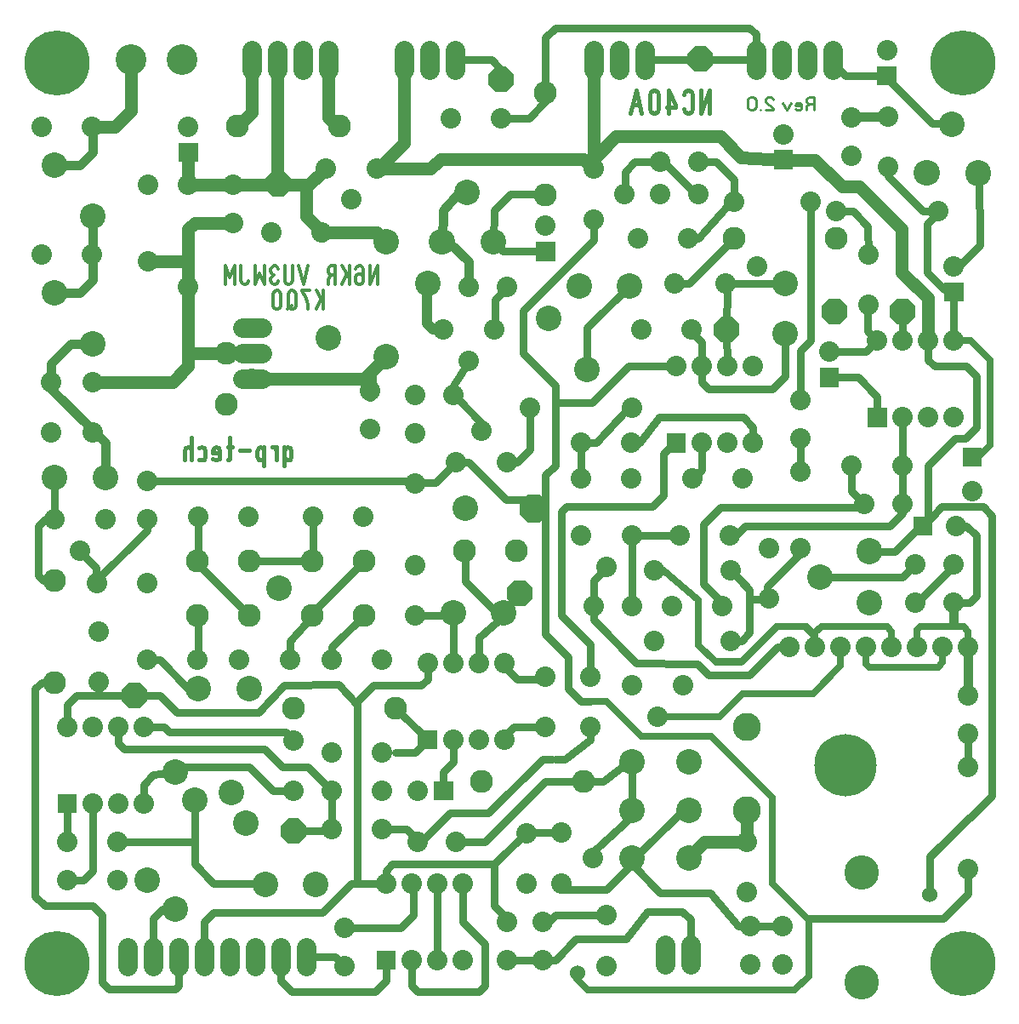
<source format=gbr>
%FSLAX34Y34*%
%MOMM*%
%LNCOPPER_BOTTOM*%
G71*
G01*
%ADD10C, 2.032*%
%ADD11C, 2.540*%
%ADD12C, 2.286*%
%ADD13C, 2.032*%
%ADD14C, 2.540*%
%ADD15C, 0.889*%
%ADD16C, 1.905*%
%ADD17C, 0.762*%
%ADD18C, 2.286*%
%ADD19C, 6.477*%
%ADD20C, 6.477*%
%ADD21C, 6.200*%
%ADD22C, 2.794*%
%ADD23C, 3.429*%
%ADD24C, 2.032*%
%ADD25C, 1.270*%
%ADD26C, 1.524*%
%ADD27C, 0.635*%
%ADD28C, 3.048*%
%ADD29C, 0.403*%
%ADD30C, 1.016*%
%ADD31C, 2.286*%
%ADD32C, 0.331*%
%ADD33C, 0.238*%
%LPD*%
X35721Y-114302D02*
G54D10*
D03*
X85720Y-114300D02*
G54D10*
D03*
X48419Y-152400D02*
G54D11*
D03*
X86519Y-203200D02*
G54D11*
D03*
X35721Y-241302D02*
G54D10*
D03*
X85720Y-241300D02*
G54D10*
D03*
X48419Y-279400D02*
G54D11*
D03*
X86519Y-330200D02*
G54D11*
D03*
X45244Y-368300D02*
G54D10*
D03*
X45245Y-418303D02*
G54D10*
D03*
X219869Y-339725D02*
G54D12*
D03*
X219874Y-390530D02*
G54D12*
D03*
X245269Y-365125D02*
G54D13*
D03*
X181769Y-171450D02*
G54D10*
D03*
X181769Y-273050D02*
G54D10*
D03*
X264321Y-219077D02*
G54D10*
D03*
X314320Y-219076D02*
G54D10*
D03*
X318294Y-155575D02*
G54D13*
D03*
X343698Y-186527D02*
G54D13*
D03*
X369096Y-155575D02*
G54D13*
D03*
X484981Y-228600D02*
G54D14*
D03*
X434181Y-228600D02*
G54D14*
D03*
X433775Y-228492D02*
G54D14*
D03*
X485290Y-228662D02*
G54D14*
D03*
X459049Y-179567D02*
G54D14*
D03*
X435769Y-315912D02*
G54D10*
D03*
X461171Y-346862D02*
G54D10*
D03*
X486571Y-315912D02*
G54D10*
D03*
X584994Y-206375D02*
G54D13*
D03*
X615944Y-180973D02*
G54D13*
D03*
X584994Y-155573D02*
G54D13*
D03*
G36*
X858044Y-412750D02*
X858044Y-393700D01*
X877094Y-393700D01*
X877094Y-412750D01*
X858044Y-412750D01*
G37*
X892968Y-403226D02*
G54D10*
D03*
X918368Y-403226D02*
G54D10*
D03*
X943776Y-403230D02*
G54D10*
D03*
X867568Y-327026D02*
G54D10*
D03*
X892968Y-327026D02*
G54D10*
D03*
X918368Y-327026D02*
G54D10*
D03*
X943768Y-327026D02*
G54D10*
D03*
G36*
X658019Y-438150D02*
X658019Y-419100D01*
X677069Y-419100D01*
X677069Y-438150D01*
X658019Y-438150D01*
G37*
X692943Y-428626D02*
G54D10*
D03*
X718347Y-428628D02*
G54D10*
D03*
X743743Y-428626D02*
G54D10*
D03*
X667543Y-352426D02*
G54D10*
D03*
X692943Y-352426D02*
G54D10*
D03*
X718343Y-352426D02*
G54D10*
D03*
X743743Y-352426D02*
G54D10*
D03*
G36*
X51594Y-796925D02*
X51594Y-777875D01*
X70644Y-777875D01*
X70644Y-796925D01*
X51594Y-796925D01*
G37*
X86518Y-787401D02*
G54D10*
D03*
X111921Y-787407D02*
G54D10*
D03*
X137318Y-787401D02*
G54D10*
D03*
X61118Y-711201D02*
G54D10*
D03*
X86518Y-711201D02*
G54D10*
D03*
X111918Y-711201D02*
G54D10*
D03*
X137318Y-711201D02*
G54D10*
D03*
X242094Y-600075D02*
G54D12*
D03*
X191013Y-600076D02*
G54D12*
D03*
X242094Y-546100D02*
G54D12*
D03*
X191013Y-546100D02*
G54D12*
D03*
X356394Y-600075D02*
G54D12*
D03*
X305313Y-600076D02*
G54D12*
D03*
X356394Y-546100D02*
G54D12*
D03*
X305313Y-546100D02*
G54D12*
D03*
G36*
X410369Y-733425D02*
X410369Y-714375D01*
X429419Y-714375D01*
X429419Y-733425D01*
X410369Y-733425D01*
G37*
X445293Y-723901D02*
G54D10*
D03*
X470696Y-723907D02*
G54D10*
D03*
X496093Y-723901D02*
G54D10*
D03*
X419893Y-647701D02*
G54D10*
D03*
X445293Y-647701D02*
G54D10*
D03*
X470693Y-647701D02*
G54D10*
D03*
X496093Y-647701D02*
G54D10*
D03*
G36*
X369094Y-952500D02*
X369094Y-933450D01*
X388144Y-933450D01*
X388144Y-952500D01*
X369094Y-952500D01*
G37*
X404019Y-942975D02*
G54D10*
D03*
X429419Y-942975D02*
G54D10*
D03*
X454821Y-942979D02*
G54D10*
D03*
X378619Y-866775D02*
G54D10*
D03*
X404019Y-866775D02*
G54D10*
D03*
X429419Y-866775D02*
G54D10*
D03*
X454819Y-866775D02*
G54D10*
D03*
G54D15*
X86519Y-203200D02*
X86519Y-241300D01*
X86519Y-266700D01*
X73819Y-279400D01*
X48419Y-279400D01*
X86519Y-368300D02*
G54D10*
D03*
X86518Y-418301D02*
G54D10*
D03*
G54D16*
X254797Y-314328D02*
X235747Y-314328D01*
G54D16*
X254794Y-339725D02*
X235744Y-339725D01*
G54D16*
X254794Y-365125D02*
X235744Y-365125D01*
X226219Y-209550D02*
G54D10*
D03*
X226219Y-171450D02*
G54D10*
D03*
X362746Y-376958D02*
G54D10*
D03*
X362745Y-415062D02*
G54D10*
D03*
X378619Y-228600D02*
G54D11*
D03*
X419894Y-269875D02*
G54D11*
D03*
X321471Y-323852D02*
G54D11*
D03*
X378619Y-342900D02*
G54D11*
D03*
G36*
X258762Y-165385D02*
X266192Y-157956D01*
X276734Y-157956D01*
X284162Y-165385D01*
X284162Y-175927D01*
X276734Y-183356D01*
X266192Y-183356D01*
X258762Y-175927D01*
X258762Y-165385D01*
G37*
X461169Y-273050D02*
G54D10*
D03*
X499269Y-273050D02*
G54D10*
D03*
X689769Y-149225D02*
G54D10*
D03*
X651669Y-149225D02*
G54D10*
D03*
X651669Y-180975D02*
G54D10*
D03*
X689769Y-180975D02*
G54D10*
D03*
X499269Y-447675D02*
G54D13*
D03*
X473867Y-416725D02*
G54D13*
D03*
X448467Y-447675D02*
G54D13*
D03*
X407196Y-419102D02*
G54D10*
D03*
X407193Y-469101D02*
G54D10*
D03*
X445294Y-381000D02*
G54D10*
D03*
X407196Y-381002D02*
G54D10*
D03*
X540547Y-304802D02*
G54D11*
D03*
X578644Y-355600D02*
G54D11*
D03*
X716756Y-269875D02*
G54D13*
D03*
X665675Y-269875D02*
G54D13*
D03*
X632623Y-315915D02*
G54D10*
D03*
X682620Y-315913D02*
G54D10*
D03*
X572294Y-428625D02*
G54D10*
D03*
X622294Y-428626D02*
G54D10*
D03*
X572294Y-463550D02*
G54D10*
D03*
X622298Y-463553D02*
G54D10*
D03*
X683419Y-463550D02*
G54D10*
D03*
X733424Y-463553D02*
G54D10*
D03*
X892969Y-488950D02*
G54D10*
D03*
X854869Y-488950D02*
G54D10*
D03*
X842169Y-450850D02*
G54D10*
D03*
X892170Y-450850D02*
G54D10*
D03*
X967581Y-160338D02*
G54D14*
D03*
X916781Y-160337D02*
G54D14*
D03*
X916381Y-160232D02*
G54D14*
D03*
X967890Y-160399D02*
G54D14*
D03*
X941649Y-111305D02*
G54D14*
D03*
X858838Y-241300D02*
G54D10*
D03*
X858837Y-291301D02*
G54D10*
D03*
X48419Y-504825D02*
G54D13*
D03*
X73821Y-535775D02*
G54D13*
D03*
X99223Y-504827D02*
G54D13*
D03*
X191294Y-501650D02*
G54D10*
D03*
X241297Y-501653D02*
G54D10*
D03*
X140494Y-466725D02*
G54D10*
D03*
X140494Y-504825D02*
G54D10*
D03*
G54D15*
X86519Y-412750D02*
X86519Y-415925D01*
X99219Y-428625D01*
X99219Y-460375D01*
G54D17*
X48419Y-460375D02*
X48419Y-498475D01*
X45244Y-501650D01*
X48419Y-565150D02*
G54D18*
D03*
X48419Y-666750D02*
G54D18*
D03*
X140495Y-568327D02*
G54D10*
D03*
X90493Y-568324D02*
G54D10*
D03*
X305594Y-501650D02*
G54D10*
D03*
X355597Y-501653D02*
G54D10*
D03*
X140494Y-644525D02*
G54D10*
D03*
X190494Y-644526D02*
G54D10*
D03*
X232572Y-644531D02*
G54D10*
D03*
X282570Y-644526D02*
G54D10*
D03*
X324644Y-644525D02*
G54D10*
D03*
X374644Y-644526D02*
G54D10*
D03*
X92870Y-615952D02*
G54D10*
D03*
X92868Y-665951D02*
G54D10*
D03*
G54D17*
X73819Y-536575D02*
X89694Y-552450D01*
X89694Y-565150D01*
X137319Y-519112D01*
X61119Y-825500D02*
G54D10*
D03*
X111120Y-825500D02*
G54D10*
D03*
X61119Y-863600D02*
G54D10*
D03*
X111122Y-863607D02*
G54D10*
D03*
G54D17*
X61119Y-784225D02*
X61119Y-822325D01*
X388144Y-692150D02*
G54D18*
D03*
X286544Y-692150D02*
G54D18*
D03*
X286544Y-774700D02*
G54D10*
D03*
X286544Y-724699D02*
G54D10*
D03*
X324645Y-736604D02*
G54D10*
D03*
X374644Y-736600D02*
G54D10*
D03*
X324644Y-774700D02*
G54D10*
D03*
X374647Y-774704D02*
G54D10*
D03*
X410369Y-825500D02*
G54D10*
D03*
X448469Y-825500D02*
G54D10*
D03*
X337344Y-949325D02*
G54D10*
D03*
X337344Y-911225D02*
G54D10*
D03*
X499269Y-942975D02*
G54D10*
D03*
X499269Y-904875D02*
G54D10*
D03*
X597694Y-898525D02*
G54D13*
D03*
X597700Y-949333D02*
G54D13*
D03*
X553244Y-866775D02*
G54D13*
D03*
X584194Y-841373D02*
G54D13*
D03*
X553244Y-815973D02*
G54D13*
D03*
X534194Y-904875D02*
G54D10*
D03*
X534194Y-942975D02*
G54D10*
D03*
X623094Y-841375D02*
G54D11*
D03*
X680244Y-841375D02*
G54D11*
D03*
X680244Y-793750D02*
G54D11*
D03*
X623094Y-793750D02*
G54D11*
D03*
X623094Y-746125D02*
G54D11*
D03*
X680246Y-746127D02*
G54D11*
D03*
X575469Y-765175D02*
G54D18*
D03*
X473873Y-765183D02*
G54D18*
D03*
X518323Y-866779D02*
G54D10*
D03*
X518319Y-816774D02*
G54D10*
D03*
X537369Y-711200D02*
G54D10*
D03*
X537369Y-661199D02*
G54D10*
D03*
X581819Y-711200D02*
G54D10*
D03*
X581819Y-661199D02*
G54D10*
D03*
X623094Y-669925D02*
G54D13*
D03*
X648496Y-700875D02*
G54D13*
D03*
X673896Y-669925D02*
G54D13*
D03*
X572294Y-520700D02*
G54D13*
D03*
X597696Y-551650D02*
G54D13*
D03*
X623096Y-520700D02*
G54D13*
D03*
X407194Y-600075D02*
G54D10*
D03*
X407197Y-550077D02*
G54D10*
D03*
X508002Y-535785D02*
G54D12*
D03*
X456919Y-535782D02*
G54D12*
D03*
X584994Y-590550D02*
G54D10*
D03*
X623094Y-590550D02*
G54D10*
D03*
X780294Y-631825D02*
G54D10*
D03*
X805694Y-631825D02*
G54D10*
D03*
X831094Y-631825D02*
G54D10*
D03*
X856494Y-631825D02*
G54D10*
D03*
X881894Y-631825D02*
G54D10*
D03*
X907294Y-631825D02*
G54D10*
D03*
X932694Y-631825D02*
G54D10*
D03*
X958094Y-631825D02*
G54D10*
D03*
X943769Y-253206D02*
G54D10*
D03*
G36*
X953294Y-269081D02*
X953294Y-288131D01*
X934244Y-288131D01*
X934244Y-269081D01*
X953294Y-269081D01*
G37*
X877098Y-38102D02*
G54D10*
D03*
G36*
X886620Y-73025D02*
X867570Y-73025D01*
X867570Y-53975D01*
X886620Y-53975D01*
X886620Y-73025D01*
G37*
X952500Y-946150D02*
G54D19*
D03*
X952500Y-50800D02*
G54D19*
D03*
X50800Y-50800D02*
G54D19*
D03*
X50800Y-946152D02*
G54D20*
D03*
X819944Y-338138D02*
G54D10*
D03*
G36*
X829469Y-373062D02*
X810419Y-373062D01*
X810419Y-354012D01*
X829469Y-354012D01*
X829469Y-373062D01*
G37*
G36*
X764381Y-156369D02*
X764381Y-137319D01*
X783431Y-137319D01*
X783431Y-156369D01*
X764381Y-156369D01*
G37*
X773912Y-121445D02*
G54D10*
D03*
X537373Y-212727D02*
G54D10*
D03*
G36*
X546893Y-247649D02*
X527843Y-247649D01*
X527843Y-228599D01*
X546893Y-228599D01*
X546893Y-247649D01*
G37*
X410372Y-774706D02*
G54D10*
D03*
G36*
X445295Y-765177D02*
X445295Y-784227D01*
X426245Y-784227D01*
X426245Y-765177D01*
X445295Y-765177D01*
G37*
G54D16*
X321469Y-57150D02*
X321469Y-38100D01*
G54D16*
X296071Y-57151D02*
X296071Y-38101D01*
G54D16*
X270668Y-57150D02*
X270668Y-38100D01*
G54D16*
X245269Y-57150D02*
X245269Y-38100D01*
G54D16*
X823119Y-57150D02*
X823119Y-38100D01*
G54D16*
X797726Y-57152D02*
X797726Y-38102D01*
G54D16*
X772327Y-57153D02*
X772327Y-38103D01*
G54D16*
X746919Y-57150D02*
X746919Y-38100D01*
G54D16*
X635752Y-57301D02*
X635752Y-38251D01*
G54D16*
X610355Y-57301D02*
X610355Y-38251D01*
G54D16*
X584952Y-57302D02*
X584952Y-38252D01*
G54D16*
X121444Y-930285D02*
X121444Y-949335D01*
G54D16*
X146844Y-930275D02*
X146844Y-949325D01*
G54D16*
X172244Y-930275D02*
X172244Y-949325D01*
G54D16*
X197644Y-930275D02*
X197644Y-949325D01*
G54D16*
X223044Y-930275D02*
X223044Y-949325D01*
G54D16*
X248444Y-930275D02*
X248444Y-949325D01*
G54D16*
X273844Y-930275D02*
X273844Y-949325D01*
G54D16*
X299244Y-930275D02*
X299244Y-949325D01*
X859631Y-536575D02*
G54D14*
D03*
X859631Y-587375D02*
G54D14*
D03*
X859528Y-587785D02*
G54D14*
D03*
X859693Y-536266D02*
G54D14*
D03*
X810598Y-562508D02*
G54D14*
D03*
X670719Y-520700D02*
G54D10*
D03*
X720720Y-520700D02*
G54D10*
D03*
X662781Y-590550D02*
G54D10*
D03*
X712782Y-590550D02*
G54D10*
D03*
X759625Y-533403D02*
G54D10*
D03*
X759618Y-583401D02*
G54D10*
D03*
X773112Y-909638D02*
G54D13*
D03*
X773117Y-947742D02*
G54D13*
D03*
X962025Y-476250D02*
G54D10*
D03*
G36*
X952500Y-433388D02*
X971550Y-433388D01*
X971550Y-452438D01*
X952500Y-452438D01*
X952500Y-433388D01*
G37*
X946150Y-511175D02*
G54D10*
D03*
G36*
X903288Y-520700D02*
X903288Y-501650D01*
X922338Y-501650D01*
X922338Y-520700D01*
X903288Y-520700D01*
G37*
X741362Y-909638D02*
G54D10*
D03*
X741365Y-947740D02*
G54D10*
D03*
X140495Y-863602D02*
G54D11*
D03*
X169069Y-892175D02*
G54D11*
D03*
X188119Y-784225D02*
G54D11*
D03*
X238921Y-806454D02*
G54D11*
D03*
G54D17*
X48419Y-666750D02*
X35719Y-666750D01*
X29369Y-673100D01*
X29369Y-879475D01*
X38894Y-889000D01*
X86519Y-889000D01*
X96044Y-898525D01*
X96044Y-958850D01*
G54D17*
X96044Y-958850D02*
X96044Y-965200D01*
X102394Y-971550D01*
X169069Y-971550D01*
X172244Y-968375D01*
X172244Y-939800D01*
G54D17*
X146844Y-939800D02*
X146844Y-901700D01*
X156369Y-892175D01*
X169069Y-892175D01*
G54D17*
X86519Y-787400D02*
X86519Y-854075D01*
X76995Y-863599D01*
X61120Y-863599D01*
X169069Y-755650D02*
G54D11*
D03*
X224631Y-776288D02*
G54D11*
D03*
X191294Y-673100D02*
G54D11*
D03*
X242097Y-673106D02*
G54D11*
D03*
G54D17*
X283369Y-644525D02*
X283369Y-625993D01*
X306112Y-600075D01*
G54D17*
X305594Y-600075D02*
X305594Y-597180D01*
X356675Y-546100D01*
G54D17*
X191294Y-546100D02*
X191294Y-548994D01*
X242375Y-600074D01*
G54D17*
X242094Y-546100D02*
X305313Y-546100D01*
G54D17*
X191294Y-501650D02*
X191294Y-545820D01*
X191013Y-546100D01*
G54D17*
X191294Y-644525D02*
X191294Y-600593D01*
X191812Y-600075D01*
G54D17*
X324644Y-644525D02*
X324644Y-631825D01*
X356394Y-600075D01*
G54D17*
X305594Y-501650D02*
X305594Y-545820D01*
X305313Y-546100D01*
X324644Y-812800D02*
G54D10*
D03*
X374644Y-812800D02*
G54D10*
D03*
G54D17*
X188119Y-784225D02*
X188119Y-841375D01*
G54D17*
X111919Y-825500D02*
X185743Y-825500D01*
G54D17*
X337344Y-911225D02*
X392906Y-911225D01*
X405606Y-898525D01*
X405606Y-865188D01*
G54D17*
X429419Y-866775D02*
X429419Y-942975D01*
G54D17*
X499269Y-942975D02*
X540544Y-942975D01*
G54D17*
X540544Y-904875D02*
X546894Y-898525D01*
X597694Y-898525D01*
G54D17*
X404019Y-942975D02*
X404019Y-968375D01*
X410369Y-974725D01*
X470694Y-974725D01*
X477044Y-968375D01*
X477044Y-927100D01*
X454819Y-904875D01*
X454819Y-866775D01*
G54D17*
X623094Y-800100D02*
X584994Y-835025D01*
X835819Y-749300D02*
G54D21*
D03*
X737394Y-793750D02*
G54D22*
D03*
X737400Y-711206D02*
G54D22*
D03*
G54D17*
X537369Y-663575D02*
X508794Y-663575D01*
X496094Y-650875D01*
X496094Y-647700D01*
G54D17*
X537369Y-711200D02*
X505619Y-711200D01*
X496094Y-720725D01*
X496094Y-723900D01*
G54D17*
X445294Y-647700D02*
X445294Y-612775D01*
X445294Y-600075D01*
G54D17*
X350044Y-866775D02*
X350044Y-685800D01*
X365919Y-669925D01*
X413544Y-669925D01*
X419894Y-663575D01*
X419894Y-647700D01*
G54D17*
X388144Y-736600D02*
X407194Y-736600D01*
X419894Y-723900D01*
G54D17*
X480219Y-796925D02*
X534194Y-742950D01*
X543719Y-742950D01*
G54D17*
X546894Y-742950D02*
X556419Y-742950D01*
X581819Y-723900D01*
X581819Y-711200D01*
G54D17*
X435769Y-771525D02*
X435769Y-755650D01*
X445294Y-746125D01*
X445294Y-723900D01*
G54D17*
X197644Y-936625D02*
X197644Y-904875D01*
X207169Y-895350D01*
G54D17*
X737394Y-790575D02*
X737394Y-803275D01*
G54D17*
X575469Y-765175D02*
X594519Y-765175D01*
X623094Y-742950D01*
G54D17*
X623094Y-793750D02*
X623094Y-749300D01*
X851702Y-965208D02*
G54D23*
D03*
X851696Y-855665D02*
G54D23*
D03*
X645319Y-625475D02*
G54D13*
D03*
X721519Y-625475D02*
G54D13*
D03*
X943769Y-587375D02*
G54D24*
D03*
X905669Y-587375D02*
G54D24*
D03*
G54D17*
X623094Y-841375D02*
X623094Y-847725D01*
X597694Y-873125D01*
X556419Y-873125D01*
X553244Y-869950D01*
X553244Y-866775D01*
G54D25*
X245269Y-365125D02*
X350044Y-365125D01*
G54D25*
X362744Y-381000D02*
X362744Y-358775D01*
X378619Y-342900D01*
G54D25*
X181769Y-273050D02*
X181769Y-215900D01*
X188119Y-209550D01*
X223044Y-209550D01*
G54D25*
X137319Y-247650D02*
X181769Y-247650D01*
G54D25*
X181769Y-171450D02*
X226219Y-171450D01*
X181771Y-114302D02*
G54D10*
D03*
G36*
X191292Y-149224D02*
X172242Y-149224D01*
X172242Y-130174D01*
X191292Y-130174D01*
X191292Y-149224D01*
G37*
G54D25*
X226219Y-171450D02*
X264319Y-171450D01*
G54D15*
X48419Y-152400D02*
X73819Y-152400D01*
X86519Y-139700D01*
X86519Y-114300D01*
G54D17*
X140494Y-466725D02*
X406405Y-466725D01*
X407193Y-467513D01*
G54D17*
X445294Y-381000D02*
X445294Y-371475D01*
X461169Y-347662D01*
G54D17*
X472281Y-417512D02*
X477044Y-411948D01*
X445296Y-380200D01*
G54D17*
X48419Y-504825D02*
X38894Y-504825D01*
X32544Y-511175D01*
X32544Y-560388D01*
X37306Y-565150D01*
X48419Y-565150D01*
G54D17*
X470694Y-647700D02*
X470694Y-622300D01*
X496094Y-600075D01*
G54D17*
X407194Y-600075D02*
X445294Y-600075D01*
G54D17*
X448469Y-825500D02*
X477044Y-825500D01*
X537369Y-765175D01*
X575469Y-765175D01*
G54D25*
X181769Y-339725D02*
X219869Y-339725D01*
X242094Y-339725D01*
G54D17*
X572294Y-431800D02*
X572294Y-466725D01*
X521494Y-393700D02*
G54D10*
D03*
X623094Y-393700D02*
G54D10*
D03*
X645319Y-555625D02*
G54D13*
D03*
X721519Y-555625D02*
G54D13*
D03*
X943769Y-549275D02*
G54D24*
D03*
X905669Y-549275D02*
G54D24*
D03*
X791369Y-533400D02*
G54D10*
D03*
X791369Y-457200D02*
G54D10*
D03*
G54D17*
X905669Y-587375D02*
X907256Y-587375D01*
X943769Y-550862D01*
G54D17*
X943769Y-511175D02*
X956469Y-511175D01*
X965994Y-520700D01*
X965994Y-581025D01*
X959644Y-587375D01*
X945356Y-587375D01*
X943769Y-588962D01*
X569118Y-955676D02*
G54D26*
D03*
G54D25*
X181769Y-139700D02*
X181769Y-171450D01*
G54D16*
X447632Y-57302D02*
X447632Y-38252D01*
G54D16*
X422234Y-57302D02*
X422234Y-38252D01*
G54D16*
X396832Y-57302D02*
X396832Y-38252D01*
G54D17*
X536575Y-81756D02*
X537369Y-25400D01*
X546894Y-15875D01*
X740569Y-15875D01*
X746919Y-22225D01*
X746919Y-50800D01*
G36*
X678656Y-41560D02*
X686085Y-34131D01*
X696627Y-34131D01*
X704056Y-41560D01*
X704056Y-52102D01*
X696627Y-59531D01*
X686085Y-59531D01*
X678656Y-52102D01*
X678656Y-41560D01*
G37*
X724787Y-188819D02*
G54D13*
D03*
X800987Y-188819D02*
G54D13*
D03*
G54D17*
X622300Y-428625D02*
X631031Y-428625D01*
X650081Y-403225D01*
X734219Y-403225D01*
X743744Y-412750D01*
X743744Y-428625D01*
X272259Y-573091D02*
G54D11*
D03*
X457206Y-493718D02*
G54D11*
D03*
G36*
X273844Y-809116D02*
X281273Y-801688D01*
X291815Y-801688D01*
X299244Y-809116D01*
X299244Y-819658D01*
X291815Y-827088D01*
X281273Y-827088D01*
X273844Y-819658D01*
X273844Y-809116D01*
G37*
G54D17*
X537369Y-530225D02*
X537369Y-619125D01*
X559594Y-641350D01*
G54D17*
X537369Y-530225D02*
X537369Y-479425D01*
G54D17*
X692944Y-428625D02*
X692944Y-455612D01*
X683419Y-465138D01*
G54D17*
X892969Y-409575D02*
X892969Y-454025D01*
X892969Y-488950D01*
G54D17*
X842169Y-454025D02*
X842169Y-476250D01*
X854869Y-488950D01*
X791369Y-385762D02*
G54D10*
D03*
X791369Y-423862D02*
G54D10*
D03*
X826298Y-225427D02*
G54D18*
D03*
X724694Y-225425D02*
G54D18*
D03*
X629448Y-225427D02*
G54D10*
D03*
X679445Y-225426D02*
G54D10*
D03*
G54D17*
X724694Y-269875D02*
X775494Y-269875D01*
G54D17*
X724787Y-188819D02*
X727962Y-188819D01*
X724694Y-192088D01*
X718344Y-192088D01*
G54D17*
X616744Y-180975D02*
X616744Y-158750D01*
X626269Y-149225D01*
X651669Y-149225D01*
G54D25*
X369094Y-155575D02*
X423069Y-155575D01*
X432594Y-146050D01*
X575469Y-146050D01*
X584994Y-155575D01*
G54D25*
X584994Y-155575D02*
X584994Y-146050D01*
X607219Y-123825D01*
X708819Y-123825D01*
G54D17*
X651669Y-149225D02*
X654844Y-149225D01*
X686594Y-180975D01*
X689769Y-180975D01*
G54D17*
X572294Y-428625D02*
X588169Y-428625D01*
X619919Y-393700D01*
X623094Y-393700D01*
G54D17*
X791369Y-423862D02*
X791369Y-457200D01*
G54D17*
X623094Y-520700D02*
X670719Y-520700D01*
G54D17*
X556419Y-638175D02*
X559594Y-641350D01*
X559594Y-673100D01*
X572294Y-685800D01*
X581819Y-685800D01*
G54D17*
X623094Y-520700D02*
X623094Y-593725D01*
G54D17*
X584994Y-590550D02*
X584994Y-565150D01*
X597694Y-552450D01*
G54D17*
X497681Y-449262D02*
X508794Y-447675D01*
X521494Y-434975D01*
X521494Y-393700D01*
G54D25*
X315119Y-219075D02*
X369094Y-219075D01*
X378619Y-228600D01*
G54D25*
X86519Y-368300D02*
X165894Y-368300D01*
X181769Y-352425D01*
X181769Y-273050D01*
G54D15*
X45244Y-368300D02*
X45244Y-349250D01*
X64294Y-330200D01*
X86519Y-330200D01*
G54D15*
X45244Y-368300D02*
X45244Y-374650D01*
X86519Y-415925D01*
G54D17*
X518319Y-815975D02*
X553244Y-815975D01*
G54D17*
X311944Y-895350D02*
X299244Y-895350D01*
G54D17*
X207169Y-895350D02*
X305594Y-895350D01*
G54D17*
X410369Y-825500D02*
X413544Y-825500D01*
X442119Y-796925D01*
X467519Y-796925D01*
G54D17*
X467519Y-796925D02*
X480219Y-796925D01*
G54D17*
X137319Y-787400D02*
X137319Y-768350D01*
X146844Y-758825D01*
X169069Y-755650D01*
G54D17*
X188119Y-841375D02*
X188119Y-847725D01*
X207169Y-866775D01*
X257969Y-866775D01*
G54D17*
X388144Y-692150D02*
X419894Y-723900D01*
G54D17*
X311944Y-895350D02*
X315119Y-895350D01*
X343694Y-866775D01*
X378619Y-866775D01*
G54D17*
X324644Y-774700D02*
X324644Y-814388D01*
G54D17*
X581819Y-661988D02*
X581819Y-628650D01*
X553244Y-600075D01*
X553244Y-496888D01*
X558006Y-492125D01*
X643731Y-492125D01*
X654844Y-481012D01*
X654844Y-439738D01*
X667544Y-427038D01*
G54D17*
X918369Y-511175D02*
X918369Y-450850D01*
X945356Y-423862D01*
X954881Y-423862D01*
X965994Y-412750D01*
X965994Y-361950D01*
X956469Y-352425D01*
X924719Y-352425D01*
X918369Y-346075D01*
X918369Y-327025D01*
G54D27*
X599281Y-687388D02*
X632619Y-720725D01*
X691356Y-720725D01*
G54D27*
X580231Y-685800D02*
X597694Y-685800D01*
X605631Y-693738D01*
G54D25*
X86519Y-114300D02*
X108744Y-114300D01*
X124619Y-98425D01*
X124619Y-57150D01*
G54D17*
X537369Y-482600D02*
X537369Y-460375D01*
X546894Y-450850D01*
X546894Y-371475D01*
X540544Y-365125D01*
G54D17*
X721519Y-555625D02*
X737394Y-571500D01*
G54D17*
X721519Y-555625D02*
X740569Y-574675D01*
X740569Y-617538D01*
X732631Y-625475D01*
X721519Y-625475D01*
G54D17*
X791369Y-533400D02*
X791369Y-538162D01*
X758031Y-571500D01*
X758031Y-584200D01*
X737394Y-875506D02*
G54D10*
D03*
X737394Y-825506D02*
G54D10*
D03*
G54D17*
X623094Y-842962D02*
X623094Y-847725D01*
X651669Y-876300D01*
X700881Y-876300D01*
X729456Y-909638D01*
X770731Y-909638D01*
G54D25*
X737394Y-793750D02*
X737394Y-825500D01*
G54D17*
X721519Y-520700D02*
X726281Y-520700D01*
X735806Y-511175D01*
X880269Y-511175D01*
X892969Y-498475D01*
X892969Y-488950D01*
X919956Y-877888D02*
G54D26*
D03*
X958056Y-750888D02*
G54D10*
D03*
X958056Y-852488D02*
G54D10*
D03*
G54D25*
X681038Y-842169D02*
X681038Y-839788D01*
X695325Y-825500D01*
X736600Y-825500D01*
G54D27*
X568325Y-955675D02*
X568325Y-962025D01*
X579438Y-973138D01*
X784225Y-973138D01*
G54D17*
X694531Y-562769D02*
X694531Y-509588D01*
X711200Y-492919D01*
X851694Y-492919D01*
X854869Y-489744D01*
G54D17*
X584994Y-590550D02*
X584994Y-604838D01*
X627856Y-647700D01*
X685006Y-648494D01*
G54D15*
X958056Y-631825D02*
X958056Y-682625D01*
X956469Y-684212D01*
G54D27*
X958056Y-631825D02*
X958056Y-615950D01*
X953294Y-611188D01*
X910431Y-611188D01*
X907256Y-614362D01*
X907256Y-630238D01*
X905669Y-631825D01*
G54D15*
X943769Y-587375D02*
X943769Y-609600D01*
X747720Y-253208D02*
G54D10*
D03*
G54D17*
X681831Y-315912D02*
X681831Y-317500D01*
X692944Y-328612D01*
X692944Y-352425D01*
X124619Y-47625D02*
G54D28*
D03*
X175421Y-47627D02*
G54D28*
D03*
G54D25*
X315119Y-222250D02*
X315119Y-219075D01*
X299244Y-203200D01*
X299244Y-174625D01*
X318294Y-155575D01*
G54D25*
X261144Y-171450D02*
X299244Y-171450D01*
G54D17*
X140494Y-644525D02*
X153194Y-644525D01*
X181769Y-673100D01*
X191294Y-673100D01*
G36*
X115094Y-674179D02*
X122523Y-666750D01*
X133065Y-666750D01*
X140494Y-674179D01*
X140494Y-684721D01*
X133065Y-692150D01*
X122523Y-692150D01*
X115094Y-684721D01*
X115094Y-674179D01*
G37*
G54D17*
X92869Y-666750D02*
X92869Y-679450D01*
G54D17*
X378619Y-866775D02*
X378619Y-854075D01*
X384969Y-847725D01*
X429419Y-847725D01*
G54D17*
X429419Y-847725D02*
X486569Y-847725D01*
X518319Y-815975D01*
G54D17*
X499269Y-904875D02*
X499269Y-901700D01*
X486569Y-889000D01*
X486569Y-850900D01*
G54D17*
X153194Y-679450D02*
X124619Y-679450D01*
G54D17*
X61119Y-711200D02*
X61119Y-688975D01*
X70644Y-679450D01*
X124619Y-679450D01*
G54D17*
X759619Y-584200D02*
X740569Y-584200D01*
G54D25*
X350044Y-365125D02*
X356394Y-365125D01*
X378619Y-342900D01*
G54D15*
X434181Y-228600D02*
X440531Y-228600D01*
X461169Y-247650D01*
X461169Y-273050D01*
G54D15*
X434181Y-228600D02*
X435769Y-196850D01*
X450056Y-180975D01*
X459581Y-180975D01*
G54D17*
X484981Y-228600D02*
X486569Y-196850D01*
X502444Y-180975D01*
X537369Y-180975D01*
G54D17*
X484981Y-228600D02*
X494506Y-238125D01*
X537369Y-238125D01*
G54D17*
X680244Y-225425D02*
X689769Y-225425D01*
X724787Y-185644D01*
X724787Y-188819D01*
X826294Y-198438D02*
G54D10*
D03*
X927894Y-198438D02*
G54D10*
D03*
G54D17*
X673894Y-269875D02*
X680244Y-269875D01*
X724694Y-225425D01*
X775494Y-269875D02*
G54D14*
D03*
X775494Y-319881D02*
G54D14*
D03*
X98836Y-463139D02*
G54D14*
D03*
X48830Y-463139D02*
G54D14*
D03*
X495711Y-597283D02*
G54D14*
D03*
X445704Y-597283D02*
G54D14*
D03*
X308389Y-867958D02*
G54D14*
D03*
X258380Y-867952D02*
G54D14*
D03*
G54D17*
X819944Y-363538D02*
X848519Y-363538D01*
X867569Y-382588D01*
X867569Y-403225D01*
G54D17*
X819944Y-338138D02*
X856456Y-338138D01*
X867569Y-327025D01*
G54D17*
X943769Y-278606D02*
X934244Y-276225D01*
X916781Y-258762D01*
X916781Y-211138D01*
X927894Y-200025D01*
X571122Y-272669D02*
G54D14*
D03*
X621124Y-272668D02*
G54D14*
D03*
G54D17*
X578644Y-355600D02*
X578644Y-314325D01*
X621506Y-271462D01*
G54D17*
X273844Y-939800D02*
X273844Y-963612D01*
X284956Y-974725D01*
X367506Y-974725D01*
X378619Y-963612D01*
X378619Y-942975D01*
G54D17*
X299244Y-939800D02*
X327819Y-939800D01*
X337344Y-949325D01*
G54D17*
X859631Y-536575D02*
X885031Y-536575D01*
X910431Y-511175D01*
X918369Y-511175D01*
G54D17*
X667544Y-352425D02*
X619919Y-352425D01*
X583406Y-388938D01*
X548481Y-388938D01*
G54D17*
X810419Y-561975D02*
X892969Y-561975D01*
X905669Y-549275D01*
G54D27*
X785019Y-973138D02*
X799306Y-958850D01*
X799306Y-903288D01*
X773906Y-877888D01*
G54D17*
X791369Y-385762D02*
X791369Y-336550D01*
X800894Y-327025D01*
X800894Y-187325D01*
G54D17*
X826294Y-198438D02*
X843756Y-198438D01*
X858044Y-213519D01*
X858838Y-241300D01*
X958056Y-717550D02*
G54D13*
D03*
X958056Y-679450D02*
G54D13*
D03*
G54D17*
X958056Y-717550D02*
X958056Y-750888D01*
G54D17*
X919956Y-877888D02*
X919956Y-839788D01*
X978694Y-782638D01*
G54D17*
X799306Y-901700D02*
X921544Y-901700D01*
G54D17*
X689769Y-149225D02*
X707231Y-149225D01*
X724694Y-166688D01*
X724694Y-188912D01*
G54D17*
X692944Y-352425D02*
X692944Y-368300D01*
X699294Y-374650D01*
X762794Y-374650D01*
X775494Y-361950D01*
X775494Y-317500D01*
G54D27*
X805656Y-631825D02*
X805656Y-617538D01*
X812006Y-611188D01*
X877094Y-611188D01*
X881856Y-615950D01*
X881856Y-631825D01*
G54D17*
X169069Y-755650D02*
X173831Y-750888D01*
X242094Y-750888D01*
X265906Y-774700D01*
X286544Y-774700D01*
G54D17*
X127794Y-679450D02*
X153194Y-679450D01*
X170656Y-696912D01*
X251619Y-696912D01*
X277019Y-669925D01*
X330994Y-669131D01*
X350044Y-688975D01*
G54D17*
X111919Y-711200D02*
X111919Y-727075D01*
X118269Y-733425D01*
X257969Y-733425D01*
X275431Y-750888D01*
X300831Y-750888D01*
X324644Y-774700D01*
G54D17*
X137319Y-711200D02*
X157956Y-711200D01*
X162719Y-715962D01*
X278606Y-715962D01*
X286544Y-723900D01*
G54D17*
X375444Y-812800D02*
X399256Y-812800D01*
X411956Y-825500D01*
G54D17*
X623094Y-841375D02*
X626269Y-841375D01*
X673894Y-793750D01*
X680244Y-793750D01*
X681831Y-795338D01*
G54D27*
X743744Y-762000D02*
X762794Y-781050D01*
X762794Y-866775D01*
X788194Y-892175D01*
G54D27*
X691356Y-720725D02*
X702469Y-720725D01*
X745331Y-763588D01*
G54D17*
X584994Y-206375D02*
X584994Y-227012D01*
X515144Y-296862D01*
X515144Y-339725D01*
X543719Y-368300D01*
X442915Y-105571D02*
G54D10*
D03*
X492913Y-105569D02*
G54D10*
D03*
G54D17*
X407194Y-468312D02*
X427831Y-468312D01*
X448469Y-447675D01*
G54D17*
X920750Y-901700D02*
X933450Y-901700D01*
X958056Y-877094D01*
X958056Y-851694D01*
G54D17*
X137319Y-519112D02*
X140494Y-515938D01*
X140494Y-504031D01*
G54D29*
X700725Y-100349D02*
X700725Y-77772D01*
X691694Y-100349D01*
X691694Y-77772D01*
G54D29*
X674761Y-96116D02*
X675890Y-98938D01*
X678147Y-100349D01*
X680405Y-100349D01*
X682663Y-98938D01*
X683792Y-96116D01*
X683792Y-82005D01*
X682663Y-79183D01*
X680405Y-77772D01*
X678147Y-77772D01*
X675890Y-79183D01*
X674761Y-82005D01*
G54D29*
X660085Y-100349D02*
X660085Y-77772D01*
X666859Y-91883D01*
X666859Y-94705D01*
X657828Y-94705D01*
G54D29*
X640895Y-82005D02*
X640895Y-96116D01*
X642024Y-98938D01*
X644281Y-100349D01*
X646539Y-100349D01*
X648797Y-98938D01*
X649926Y-96116D01*
X649926Y-82005D01*
X648797Y-79183D01*
X646539Y-77772D01*
X644281Y-77772D01*
X642024Y-79183D01*
X640895Y-82005D01*
G54D29*
X632993Y-100349D02*
X627348Y-77772D01*
X621704Y-100349D01*
G54D29*
X630735Y-91883D02*
X623962Y-91883D01*
G54D29*
X277398Y-432930D02*
X277398Y-451275D01*
G54D29*
X277398Y-442244D02*
X278527Y-445066D01*
X280784Y-445630D01*
X283042Y-445066D01*
X284171Y-442244D01*
X284171Y-436599D01*
X283042Y-433777D01*
X280784Y-432930D01*
X278527Y-433777D01*
X277398Y-436599D01*
G54D29*
X269496Y-445630D02*
X269496Y-432930D01*
G54D29*
X269496Y-435753D02*
X267238Y-432930D01*
X264980Y-432930D01*
G54D29*
X257078Y-432930D02*
X257078Y-451275D01*
G54D29*
X257078Y-441397D02*
X255949Y-445066D01*
X253691Y-445630D01*
X251434Y-445066D01*
X250305Y-442244D01*
X250305Y-436599D01*
X251434Y-433777D01*
X253691Y-432930D01*
X255949Y-433777D01*
X257078Y-437164D01*
G54D29*
X242403Y-435753D02*
X233372Y-435753D01*
G54D29*
X223212Y-423053D02*
X223212Y-444219D01*
X222083Y-445630D01*
X220954Y-445066D01*
G54D29*
X225470Y-432930D02*
X220954Y-432930D01*
G54D29*
X206279Y-444219D02*
X208085Y-445630D01*
X210343Y-445630D01*
X212600Y-444219D01*
X213052Y-441397D01*
X213052Y-436599D01*
X211923Y-433777D01*
X209665Y-432930D01*
X207408Y-433777D01*
X206279Y-435753D01*
X206279Y-438575D01*
X213052Y-438575D01*
G54D29*
X192733Y-433777D02*
X194990Y-432930D01*
X197248Y-433777D01*
X198377Y-436599D01*
X198377Y-442244D01*
X197248Y-445066D01*
X194990Y-445630D01*
X192733Y-445066D01*
G54D29*
X184831Y-445630D02*
X184831Y-423053D01*
G54D29*
X184831Y-436599D02*
X183702Y-433777D01*
X181444Y-432930D01*
X179187Y-433777D01*
X178058Y-436599D01*
X178058Y-445630D01*
G54D27*
X856456Y-631825D02*
X856456Y-648494D01*
X859631Y-651669D01*
X927894Y-651669D01*
X932656Y-646906D01*
X932656Y-630238D01*
G54D17*
X286544Y-814388D02*
X323850Y-814388D01*
G54D27*
X648494Y-700881D02*
X710406Y-700881D01*
X733425Y-677862D01*
X803275Y-677862D01*
X831056Y-650081D01*
X831056Y-632619D01*
X830262Y-631825D01*
G54D27*
X645319Y-555625D02*
X654844Y-555625D01*
X688975Y-584994D01*
X689769Y-629444D01*
X707231Y-646906D01*
X731838Y-646906D01*
X767556Y-611188D01*
X795338Y-611188D01*
X805656Y-621506D01*
X805656Y-631825D01*
X804862Y-632619D01*
G54D17*
X685006Y-648494D02*
X688181Y-648494D01*
X699294Y-659606D01*
X740569Y-659606D01*
X768350Y-631825D01*
X779462Y-631825D01*
G54D27*
X805656Y-631825D02*
X805656Y-619919D01*
X796925Y-611188D01*
X768350Y-611188D01*
X733425Y-646112D01*
X706438Y-646112D01*
X689769Y-629444D01*
G54D17*
X694531Y-561181D02*
X694531Y-569119D01*
X712788Y-587375D01*
X712788Y-591344D01*
G54D25*
X270669Y-48419D02*
X270669Y-170656D01*
G54D17*
X858044Y-292100D02*
X858044Y-317500D01*
X866775Y-326231D01*
G36*
X880272Y-292386D02*
X887701Y-284957D01*
X898243Y-284957D01*
X905672Y-292386D01*
X905672Y-302928D01*
X898243Y-310357D01*
X887701Y-310357D01*
X880272Y-302928D01*
X880272Y-292386D01*
G37*
G36*
X812012Y-292387D02*
X819441Y-284958D01*
X829983Y-284958D01*
X837412Y-292387D01*
X837412Y-302929D01*
X829983Y-310358D01*
X819441Y-310358D01*
X812012Y-302929D01*
X812012Y-292387D01*
G37*
G36*
X511492Y-487914D02*
X519664Y-479742D01*
X531260Y-479742D01*
X539432Y-487914D01*
X539432Y-499510D01*
X531260Y-507682D01*
X519664Y-507682D01*
X511492Y-499510D01*
X511492Y-487914D01*
G37*
G36*
X480219Y-61404D02*
X487648Y-53975D01*
X498190Y-53975D01*
X505619Y-61404D01*
X505619Y-71946D01*
X498190Y-79375D01*
X487648Y-79375D01*
X480219Y-71946D01*
X480219Y-61404D01*
G37*
G54D27*
X943769Y-327025D02*
X960438Y-327025D01*
X979488Y-346075D01*
X979488Y-431006D01*
X962819Y-447675D01*
X955675Y-447675D01*
G54D30*
X419100Y-269875D02*
X419100Y-309562D01*
X425450Y-315912D01*
X436562Y-315912D01*
G54D17*
X487362Y-315912D02*
X487362Y-285750D01*
X500062Y-273050D01*
G54D17*
X942975Y-277812D02*
X942975Y-328612D01*
G54D17*
X942975Y-254000D02*
X947738Y-254000D01*
X969962Y-231775D01*
X968375Y-160338D01*
G54D17*
X691356Y-47625D02*
X747712Y-47625D01*
G54D17*
X691356Y-47625D02*
X636588Y-47625D01*
G54D25*
X707231Y-123825D02*
X711200Y-123825D01*
X731838Y-144462D01*
X773112Y-146844D01*
G54D25*
X584994Y-48419D02*
X584994Y-151606D01*
X582612Y-153988D01*
X877888Y-103981D02*
G54D10*
D03*
X877887Y-153982D02*
G54D10*
D03*
X842172Y-142875D02*
G54D10*
D03*
X842169Y-104775D02*
G54D10*
D03*
G54D17*
X842962Y-104775D02*
X877888Y-104775D01*
G54D17*
X877888Y-103188D02*
X840581Y-103188D01*
G54D25*
X396081Y-46038D02*
X396081Y-130175D01*
X371475Y-154781D01*
G54D25*
X918369Y-327819D02*
X918369Y-284162D01*
X891381Y-258762D01*
X891381Y-215900D01*
X849312Y-173831D01*
X832644Y-173831D01*
X805656Y-146844D01*
X774700Y-146844D01*
G54D17*
X892969Y-297656D02*
X892969Y-327819D01*
G54D17*
X877888Y-153988D02*
X877888Y-163512D01*
X912812Y-198438D01*
X928688Y-198438D01*
G54D17*
X823119Y-48419D02*
X823119Y-50800D01*
X835819Y-63500D01*
X875506Y-63500D01*
X876300Y-64294D01*
X876300Y-65088D01*
X922338Y-111125D01*
X942975Y-111125D01*
G54D17*
X448469Y-447675D02*
X460375Y-447675D01*
X497681Y-484981D01*
X524669Y-484981D01*
X536575Y-484981D01*
G36*
X499269Y-572579D02*
X506698Y-565150D01*
X517240Y-565150D01*
X524669Y-572579D01*
X524669Y-583121D01*
X517240Y-590550D01*
X506698Y-590550D01*
X499269Y-583121D01*
X499269Y-572579D01*
G37*
G54D17*
X457200Y-535781D02*
X457200Y-565944D01*
X488950Y-597694D01*
X496094Y-597694D01*
G54D17*
X495300Y-597694D02*
X495300Y-596106D01*
X512762Y-578644D01*
X141477Y-171452D02*
G54D13*
D03*
X141476Y-247652D02*
G54D13*
D03*
G54D17*
X447675Y-47625D02*
X483394Y-47625D01*
X492919Y-57150D01*
X492919Y-67469D01*
X331836Y-113266D02*
G54D31*
D03*
X230236Y-113266D02*
G54D31*
D03*
G54D25*
X321469Y-46831D02*
X321469Y-104775D01*
X330200Y-113506D01*
G54D25*
X244475Y-46831D02*
X244475Y-100012D01*
X230188Y-114300D01*
X537116Y-182022D02*
G54D31*
D03*
X537116Y-80422D02*
G54D31*
D03*
G54D17*
X537369Y-80962D02*
X537369Y-88900D01*
X520700Y-105569D01*
X492125Y-105569D01*
G54D17*
X919956Y-878681D02*
X919956Y-840581D01*
X981075Y-779462D01*
X981075Y-500856D01*
X973138Y-492125D01*
X931862Y-492125D01*
X913606Y-511175D01*
G54D16*
X656431Y-927894D02*
X656431Y-946944D01*
G54D16*
X681831Y-927894D02*
X681831Y-946944D01*
G54D17*
X534194Y-942975D02*
X546894Y-942975D01*
X567531Y-922338D01*
X617538Y-922338D01*
X638175Y-894556D01*
X673100Y-894556D01*
X681831Y-902494D01*
X681831Y-938212D01*
G36*
X704850Y-310642D02*
X712279Y-303212D01*
X722821Y-303212D01*
X730250Y-310642D01*
X730250Y-321184D01*
X722821Y-328612D01*
X712279Y-328612D01*
X704850Y-321184D01*
X704850Y-310642D01*
G37*
G54D17*
X718344Y-352425D02*
X717550Y-316706D01*
X718344Y-271462D01*
X716756Y-269875D01*
G54D32*
X369759Y-271037D02*
X369759Y-252523D01*
X362354Y-271037D01*
X362354Y-252523D01*
G54D32*
X348468Y-255994D02*
X349393Y-253680D01*
X351245Y-252523D01*
X353096Y-252523D01*
X354948Y-253680D01*
X355873Y-255994D01*
X355873Y-261780D01*
X355873Y-262937D01*
X353096Y-260623D01*
X351245Y-260623D01*
X349393Y-261780D01*
X348468Y-264094D01*
X348468Y-267565D01*
X349393Y-269880D01*
X351245Y-271037D01*
X353096Y-271037D01*
X354948Y-269880D01*
X355873Y-267565D01*
X355873Y-261780D01*
G54D32*
X341987Y-271037D02*
X341987Y-252523D01*
G54D32*
X341987Y-265251D02*
X334582Y-252523D01*
G54D32*
X339210Y-261780D02*
X334582Y-271037D01*
G54D32*
X324398Y-261780D02*
X321621Y-264094D01*
X320696Y-266408D01*
X320696Y-271037D01*
G54D32*
X328101Y-271037D02*
X328101Y-252523D01*
X323473Y-252523D01*
X321621Y-253680D01*
X320696Y-255994D01*
X320696Y-258308D01*
X321621Y-260623D01*
X323473Y-261780D01*
X328101Y-261780D01*
G54D32*
X300885Y-252523D02*
X296257Y-271037D01*
X291628Y-252523D01*
G54D32*
X285148Y-252523D02*
X285148Y-267565D01*
X284223Y-269880D01*
X282371Y-271037D01*
X280520Y-271037D01*
X278668Y-269880D01*
X277743Y-267565D01*
X277743Y-252523D01*
G54D32*
X271262Y-255994D02*
X270337Y-253680D01*
X268485Y-252523D01*
X266634Y-252523D01*
X264782Y-253680D01*
X263857Y-255994D01*
X263857Y-258308D01*
X264782Y-260623D01*
X266634Y-261780D01*
X264782Y-262937D01*
X263857Y-265251D01*
X263857Y-267565D01*
X264782Y-269880D01*
X266634Y-271037D01*
X268485Y-271037D01*
X270337Y-269880D01*
X271262Y-267565D01*
G54D32*
X257376Y-252523D02*
X257376Y-271037D01*
X252748Y-259466D01*
X248119Y-271037D01*
X248119Y-252523D01*
G54D32*
X234234Y-252523D02*
X234234Y-267565D01*
X235159Y-269880D01*
X237011Y-271037D01*
X238862Y-271037D01*
X240714Y-269880D01*
X241639Y-267565D01*
G54D32*
X227753Y-271037D02*
X227753Y-252523D01*
X223125Y-264094D01*
X218496Y-252523D01*
X218496Y-271037D01*
G54D32*
X316335Y-295643D02*
X316335Y-277129D01*
G54D32*
X316335Y-289858D02*
X308930Y-277129D01*
G54D32*
X313558Y-286386D02*
X308930Y-295643D01*
G54D32*
X302449Y-277129D02*
X295044Y-277129D01*
X295969Y-279444D01*
X297821Y-282915D01*
X299672Y-287543D01*
X300598Y-291014D01*
X300598Y-295643D01*
G54D32*
X284860Y-292172D02*
X280232Y-295643D01*
G54D32*
X281158Y-280600D02*
X281158Y-292172D01*
X282083Y-294486D01*
X283935Y-295643D01*
X285786Y-295643D01*
X287637Y-294486D01*
X288563Y-292172D01*
X288563Y-280600D01*
X287637Y-278286D01*
X285786Y-277129D01*
X283935Y-277129D01*
X282083Y-278286D01*
X281158Y-280600D01*
G54D32*
X266346Y-280600D02*
X266346Y-292172D01*
X267272Y-294486D01*
X269124Y-295643D01*
X270975Y-295643D01*
X272826Y-294486D01*
X273752Y-292172D01*
X273752Y-280600D01*
X272826Y-278286D01*
X270975Y-277129D01*
X269124Y-277129D01*
X267272Y-278286D01*
X266346Y-280600D01*
G54D33*
X800862Y-90964D02*
X797862Y-92631D01*
X796862Y-94298D01*
X796862Y-97631D01*
G54D33*
X804862Y-97631D02*
X804862Y-84298D01*
X799862Y-84298D01*
X797862Y-85131D01*
X796862Y-86798D01*
X796862Y-88464D01*
X797862Y-90131D01*
X799862Y-90964D01*
X804862Y-90964D01*
G54D33*
X786196Y-96798D02*
X787796Y-97631D01*
X789796Y-97631D01*
X791796Y-96798D01*
X792196Y-95131D01*
X792196Y-92298D01*
X791196Y-90631D01*
X789196Y-90131D01*
X787196Y-90631D01*
X786196Y-91798D01*
X786196Y-93464D01*
X792196Y-93464D01*
G54D33*
X781528Y-90131D02*
X777528Y-97631D01*
X773528Y-90131D01*
G54D33*
X755994Y-97631D02*
X763994Y-97631D01*
X763994Y-96798D01*
X762994Y-95131D01*
X756994Y-90131D01*
X755994Y-88464D01*
X755994Y-86798D01*
X756994Y-85131D01*
X758994Y-84298D01*
X760994Y-84298D01*
X762994Y-85131D01*
X763994Y-86798D01*
G54D33*
X751328Y-97631D02*
X751328Y-97631D01*
G54D33*
X738660Y-86798D02*
X738660Y-95131D01*
X739660Y-96798D01*
X741660Y-97631D01*
X743660Y-97631D01*
X745660Y-96798D01*
X746660Y-95131D01*
X746660Y-86798D01*
X745660Y-85131D01*
X743660Y-84298D01*
X741660Y-84298D01*
X739660Y-85131D01*
X738660Y-86798D01*
M02*

</source>
